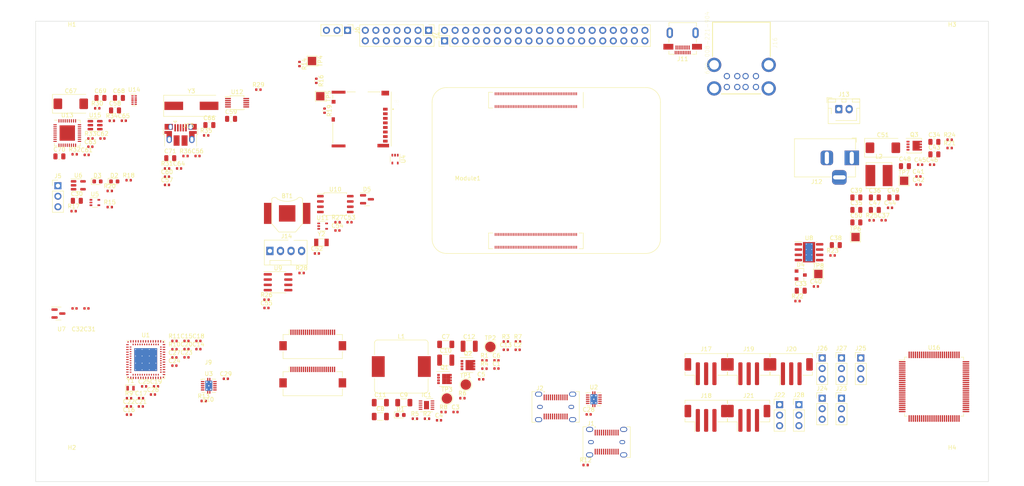
<source format=kicad_pcb>
(kicad_pcb (version 20211014) (generator pcbnew)
  (layers (0 "F.Cu" signal) (31 "B.Cu" signal) (34 "B.Paste" user) (35 "F.Paste" user) (36 "B.SilkS" user "B.Silkscreen") (37 "F.SilkS" user "F.Silkscreen") (38 "B.Mask" user) (39 "F.Mask" user) (44 "Edge.Cuts" user))
  (net 0 "")
  (net 1 "GND")
  (net 2 "Net-(BT1-Pad1)")
  (net 3 "+6V")
  (net 4 "Net-(C1-Pad2)")
  (net 5 "Net-(C2-Pad1)")
  (net 6 "Net-(C2-Pad2)")
  (net 7 "Net-(C3-Pad2)")
  (net 8 "+BATT")
  (net 9 "Net-(C5-Pad1)")
  (net 10 "Net-(C6-Pad1)")
  (net 11 "Net-(C6-Pad2)")
  (net 12 "Net-(C14-Pad1)")
  (net 13 "Net-(C14-Pad2)")
  (net 14 "Net-(C15-Pad2)")
  (net 15 "+1V1")
  (net 16 "+3V3")
  (net 17 "+5V")
  (net 18 "/CM4IOv5/CM4_GPIO ( Ethernet, GPIO, SDCARD)/SD_PWR")
  (net 19 "/CM4IOv5/+5v")
  (net 20 "/CM4IOv5/CM4_HighSpeed/HDMI_5v")
  (net 21 "/CM4IOv5/+12v")
  (net 22 "Net-(C37-Pad1)")
  (net 23 "Net-(C40-Pad1)")
  (net 24 "Net-(C40-Pad2)")
  (net 25 "Net-(C41-Pad1)")
  (net 26 "Net-(C42-Pad2)")
  (net 27 "Net-(C44-Pad1)")
  (net 28 "Net-(C45-Pad1)")
  (net 29 "Net-(C46-Pad2)")
  (net 30 "Net-(C52-Pad1)")
  (net 31 "/CM4IOv5/+3.3v")
  (net 32 "Net-(C55-Pad1)")
  (net 33 "/CM4IOv5/RTC , Wakeup, FAN/nRTC_INT")
  (net 34 "Net-(C56-Pad1)")
  (net 35 "Net-(C57-Pad1)")
  (net 36 "/CM4IOv5/USB2-HUB/VBUS")
  (net 37 "Net-(D1-Pad2)")
  (net 38 "Net-(D2-Pad1)")
  (net 39 "Net-(D3-Pad1)")
  (net 41 "Net-(IC1-Pad5)")
  (net 42 "Net-(IC1-Pad7)")
  (net 43 "Net-(IC1-Pad10)")
  (net 44 "/CM4IOv5/USB3/P2_TX_P")
  (net 45 "/CM4IOv5/USB3/P2_TX_N")
  (net 46 "/CM4IOv5/USB3/USBC/P2_VBUS")
  (net 48 "/CM4IOv5/USB3/P2_DP")
  (net 49 "/CM4IOv5/USB3/P2_DN")
  (net 50 "/CM4IOv5/USB3/P2_RX_N")
  (net 52 "/CM4IOv5/USB3/P2_RX_P")
  (net 55 "/CM4IOv5/USB3/P1_TX_P")
  (net 56 "/CM4IOv5/USB3/P1_TX_N")
  (net 57 "/CM4IOv5/USB3/USBC/P1_VBUS")
  (net 59 "/CM4IOv5/USB3/P1_DP")
  (net 60 "/CM4IOv5/USB3/P1_DN")
  (net 61 "/CM4IOv5/USB3/P1_RX_N")
  (net 63 "/CM4IOv5/USB3/P1_RX_P")
  (net 66 "/CM4IOv5/CM4_GPIO ( Ethernet, GPIO, SDCARD)/nRPIBOOT")
  (net 67 "/CM4IOv5/CM4_GPIO ( Ethernet, GPIO, SDCARD)/EEPROM_nWP")
  (net 68 "/CM4IOv5/CM4_GPIO ( Ethernet, GPIO, SDCARD)/AIN0")
  (net 69 "/CM4IOv5/CM4_GPIO ( Ethernet, GPIO, SDCARD)/AIN1")
  (net 70 "/CM4IOv5/CM4_GPIO ( Ethernet, GPIO, SDCARD)/SYNC_IN")
  (net 71 "/CM4IOv5/CM4_GPIO ( Ethernet, GPIO, SDCARD)/SYNC_OUT")
  (net 72 "/CM4IOv5/CM4_GPIO ( Ethernet, GPIO, SDCARD)/TV_OUT")
  (net 73 "Net-(J4-Pad13)")
  (net 74 "/CM4IOv5/CM4_GPIO ( Ethernet, GPIO, SDCARD)/GLOBAL_EN")
  (net 75 "/CM4IOv5/CM4_GPIO ( Ethernet, GPIO, SDCARD)/WL_nDis")
  (net 76 "/CM4IOv5/CM4_GPIO ( Ethernet, GPIO, SDCARD)/BT_nDis")
  (net 77 "/CM4IOv5/CM4_GPIO ( Ethernet, GPIO, SDCARD)/RUN_PG")
  (net 78 "/CM4IOv5/CM4_GPIO ( Ethernet, GPIO, SDCARD)/GPIO2")
  (net 79 "/CM4IOv5/CM4_GPIO ( Ethernet, GPIO, SDCARD)/GPIO3")
  (net 80 "/CM4IOv5/CM4_GPIO ( Ethernet, GPIO, SDCARD)/GPIO4")
  (net 81 "/CM4IOv5/CM4_GPIO ( Ethernet, GPIO, SDCARD)/GPIO14")
  (net 82 "/CM4IOv5/CM4_GPIO ( Ethernet, GPIO, SDCARD)/GPIO15")
  (net 83 "/CM4IOv5/CM4_GPIO ( Ethernet, GPIO, SDCARD)/GPIO17")
  (net 84 "/CM4IOv5/CM4_GPIO ( Ethernet, GPIO, SDCARD)/GPIO18")
  (net 85 "/CM4IOv5/CM4_GPIO ( Ethernet, GPIO, SDCARD)/GPIO27")
  (net 86 "/CM4IOv5/CM4_GPIO ( Ethernet, GPIO, SDCARD)/GPIO22")
  (net 87 "/CM4IOv5/CM4_GPIO ( Ethernet, GPIO, SDCARD)/GPIO23")
  (net 88 "/CM4IOv5/CM4_GPIO ( Ethernet, GPIO, SDCARD)/GPIO24")
  (net 89 "/CM4IOv5/CM4_GPIO ( Ethernet, GPIO, SDCARD)/GPIO10")
  (net 90 "/CM4IOv5/CM4_GPIO ( Ethernet, GPIO, SDCARD)/GPIO9")
  (net 91 "/CM4IOv5/CM4_GPIO ( Ethernet, GPIO, SDCARD)/GPIO25")
  (net 92 "/CM4IOv5/CM4_GPIO ( Ethernet, GPIO, SDCARD)/GPIO11")
  (net 93 "/CM4IOv5/CM4_GPIO ( Ethernet, GPIO, SDCARD)/GPIO8")
  (net 94 "/CM4IOv5/CM4_GPIO ( Ethernet, GPIO, SDCARD)/GPIO7")
  (net 95 "/CM4IOv5/CM4_GPIO ( Ethernet, GPIO, SDCARD)/ID_SD")
  (net 96 "/CM4IOv5/CM4_GPIO ( Ethernet, GPIO, SDCARD)/ID_SC")
  (net 97 "/CM4IOv5/CM4_GPIO ( Ethernet, GPIO, SDCARD)/GPIO5")
  (net 98 "/CM4IOv5/CM4_GPIO ( Ethernet, GPIO, SDCARD)/GPIO6")
  (net 99 "/CM4IOv5/CM4_GPIO ( Ethernet, GPIO, SDCARD)/GPIO12")
  (net 100 "/CM4IOv5/CM4_GPIO ( Ethernet, GPIO, SDCARD)/GPIO13")
  (net 101 "/CM4IOv5/CM4_GPIO ( Ethernet, GPIO, SDCARD)/GPIO19")
  (net 102 "/CM4IOv5/CM4_GPIO ( Ethernet, GPIO, SDCARD)/GPIO16")
  (net 103 "/CM4IOv5/CM4_GPIO ( Ethernet, GPIO, SDCARD)/GPIO26")
  (net 104 "/CM4IOv5/CM4_GPIO ( Ethernet, GPIO, SDCARD)/GPIO20")
  (net 105 "/CM4IOv5/CM4_GPIO ( Ethernet, GPIO, SDCARD)/GPIO21")
  (net 106 "Net-(J8-Pad10)")
  (net 107 "Net-(J8-Pad9)")
  (net 108 "/CM4IOv5/CM4_GPIO ( Ethernet, GPIO, SDCARD)/SD_DAT1")
  (net 109 "/CM4IOv5/CM4_GPIO ( Ethernet, GPIO, SDCARD)/SD_DAT0")
  (net 110 "/CM4IOv5/CM4_GPIO ( Ethernet, GPIO, SDCARD)/SD_CLK")
  (net 111 "/CM4IOv5/CM4_GPIO ( Ethernet, GPIO, SDCARD)/SD_CMD")
  (net 112 "/CM4IOv5/CM4_GPIO ( Ethernet, GPIO, SDCARD)/SD_DAT3")
  (net 113 "/CM4IOv5/CM4_GPIO ( Ethernet, GPIO, SDCARD)/SD_DAT2")
  (net 114 "/CM4IOv5/CM4_HighSpeed/CAM1_D0_N")
  (net 115 "/CM4IOv5/CM4_HighSpeed/CAM1_D0_P")
  (net 116 "/CM4IOv5/CM4_HighSpeed/CAM1_D1_N")
  (net 117 "/CM4IOv5/CM4_HighSpeed/CAM1_D1_P")
  (net 118 "/CM4IOv5/CM4_HighSpeed/CAM1_C_N")
  (net 119 "/CM4IOv5/CM4_HighSpeed/CAM1_C_P")
  (net 120 "/CM4IOv5/CM4_HighSpeed/CAM1_D2_N")
  (net 121 "/CM4IOv5/CM4_HighSpeed/CAM1_D2_P")
  (net 122 "/CM4IOv5/CM4_HighSpeed/CAM1_D3_N")
  (net 123 "/CM4IOv5/CM4_HighSpeed/CAM1_D3_P")
  (net 124 "/CM4IOv5/CM4_HighSpeed/CAM_GPIO")
  (net 126 "/CM4IOv5/CM4_HighSpeed/SCL0")
  (net 127 "/CM4IOv5/CM4_HighSpeed/SDA0")
  (net 128 "/CM4IOv5/CM4_HighSpeed/DSI1_D0_N")
  (net 129 "/CM4IOv5/CM4_HighSpeed/DSI1_D0_P")
  (net 130 "/CM4IOv5/CM4_HighSpeed/DSI1_D1_N")
  (net 131 "/CM4IOv5/CM4_HighSpeed/DSI1_D1_P")
  (net 132 "/CM4IOv5/CM4_HighSpeed/DSI1_C_N")
  (net 133 "/CM4IOv5/CM4_HighSpeed/DSI1_C_P")
  (net 134 "/CM4IOv5/CM4_HighSpeed/DSI1_D2_N")
  (net 135 "/CM4IOv5/CM4_HighSpeed/DSI1_D2_P")
  (net 136 "/CM4IOv5/CM4_HighSpeed/DSI1_D3_N")
  (net 137 "/CM4IOv5/CM4_HighSpeed/DSI1_D3_P")
  (net 140 "/CM4IOv5/CM4_HighSpeed/HDMI0_HOTPLUG")
  (net 141 "/CM4IOv5/CM4_HighSpeed/HDMI0_SDA")
  (net 142 "/CM4IOv5/CM4_HighSpeed/HDMI0_SCL")
  (net 144 "/CM4IOv5/CM4_HighSpeed/HDMI0_CEC")
  (net 145 "/CM4IOv5/CM4_HighSpeed/HDMI0_CK_N")
  (net 146 "/CM4IOv5/CM4_HighSpeed/HDMI0_CK_P")
  (net 147 "/CM4IOv5/CM4_HighSpeed/HDMI0_D0_N")
  (net 148 "/CM4IOv5/CM4_HighSpeed/HDMI0_D0_P")
  (net 149 "/CM4IOv5/CM4_HighSpeed/HDMI0_D1_N")
  (net 150 "/CM4IOv5/CM4_HighSpeed/HDMI0_D1_P")
  (net 151 "/CM4IOv5/CM4_HighSpeed/HDMI0_D2_N")
  (net 152 "/CM4IOv5/CM4_HighSpeed/HDMI0_D2_P")
  (net 153 "Net-(J14-Pad3)")
  (net 154 "Net-(J14-Pad4)")
  (net 155 "Net-(J15-Pad1)")
  (net 156 "/CM4IOv5/USB2-HUB/USBD_N")
  (net 157 "/CM4IOv5/USB2-HUB/USBD_P")
  (net 159 "/CM4IOv5/USB2-HUB/HD1_N")
  (net 160 "/CM4IOv5/USB2-HUB/HD1_P")
  (net 161 "/CM4IOv5/USB2-HUB/HD2_N")
  (net 162 "/CM4IOv5/USB2-HUB/HD2_P")
  (net 163 "Net-(L2-Pad1)")
  (net 164 "/CM4IOv5/CM4_GPIO ( Ethernet, GPIO, SDCARD)/TRD3_P")
  (net 165 "/CM4IOv5/CM4_GPIO ( Ethernet, GPIO, SDCARD)/TRD1_P")
  (net 166 "/CM4IOv5/CM4_GPIO ( Ethernet, GPIO, SDCARD)/TRD3_N")
  (net 167 "/CM4IOv5/CM4_GPIO ( Ethernet, GPIO, SDCARD)/TRD1_N")
  (net 168 "/CM4IOv5/CM4_GPIO ( Ethernet, GPIO, SDCARD)/TRD2_N")
  (net 169 "/CM4IOv5/CM4_GPIO ( Ethernet, GPIO, SDCARD)/TRD0_N")
  (net 170 "/CM4IOv5/CM4_GPIO ( Ethernet, GPIO, SDCARD)/TRD2_P")
  (net 171 "/CM4IOv5/CM4_GPIO ( Ethernet, GPIO, SDCARD)/TRD0_P")
  (net 172 "/CM4IOv5/CM4_GPIO ( Ethernet, GPIO, SDCARD)/ETH_LEDY")
  (net 173 "/CM4IOv5/CM4_GPIO ( Ethernet, GPIO, SDCARD)/ETH_LEDG")
  (net 175 "Net-(Module1-Pad21)")
  (net 181 "/CM4IOv5/CM4_GPIO ( Ethernet, GPIO, SDCARD)/SD_PWR_ON")
  (net 182 "/CM4IOv5/CM4_GPIO ( Ethernet, GPIO, SDCARD)/Reserved")
  (net 183 "/CM4IOv5/CM4_GPIO ( Ethernet, GPIO, SDCARD)/GPIO_VREF")
  (net 184 "/CM4IOv5/CM4_GPIO ( Ethernet, GPIO, SDCARD)/+1.8v")
  (net 185 "/CM4IOv5/CM4_GPIO ( Ethernet, GPIO, SDCARD)/nPWR_LED")
  (net 186 "/CM4IOv5/CM4_GPIO ( Ethernet, GPIO, SDCARD)/CAM_GPIO")
  (net 187 "/CM4IOv5/nEXTRST")
  (net 188 "/CM4IOv5/CM4_HighSpeed/USBOTG_ID")
  (net 189 "/CM4IOv5/CM4_HighSpeed/PCIE_CLK_nREQ")
  (net 190 "/CM4IOv5/CM4_HighSpeed/USB2_N")
  (net 192 "/CM4IOv5/CM4_HighSpeed/USB2_P")
  (net 194 "/CM4IOv5/CM4_HighSpeed/PCIE_nRST")
  (net 195 "/CM4IOv5/CM4_HighSpeed/PCIE_CLK_P")
  (net 196 "/CM4IOv5/CM4_HighSpeed/PCIE_CLK_N")
  (net 197 "/CM4IOv5/CM4_HighSpeed/PCIE_RX_P")
  (net 198 "/CM4IOv5/CM4_HighSpeed/PCIE_RX_N")
  (net 199 "/CM4IOv5/CM4_HighSpeed/PCIE_TX_P")
  (net 200 "/CM4IOv5/CM4_HighSpeed/PCIE_TX_N")
  (net 201 "/CM4IOv5/CM4_HighSpeed/CAM0_D0_N")
  (net 202 "/CM4IOv5/CM4_HighSpeed/CAM0_D0_P")
  (net 203 "/CM4IOv5/CM4_HighSpeed/CAM0_D1_N")
  (net 204 "/CM4IOv5/CM4_HighSpeed/CAM0_D1_P")
  (net 205 "/CM4IOv5/CM4_HighSpeed/CAM0_C_N")
  (net 206 "/CM4IOv5/CM4_HighSpeed/CAM0_C_P")
  (net 207 "/CM4IOv5/CM4_HighSpeed/HDMI1_HOTPLUG")
  (net 208 "/CM4IOv5/CM4_HighSpeed/HDMI1_SDA")
  (net 209 "/CM4IOv5/CM4_HighSpeed/HDMI1_D2_P")
  (net 210 "/CM4IOv5/CM4_HighSpeed/HDMI1_SCL")
  (net 211 "/CM4IOv5/CM4_HighSpeed/HDMI1_D2_N")
  (net 212 "/CM4IOv5/CM4_HighSpeed/HDMI1_CEC")
  (net 213 "/CM4IOv5/CM4_HighSpeed/HDMI1_D1_P")
  (net 214 "/CM4IOv5/CM4_HighSpeed/HDMI1_D1_N")
  (net 215 "/CM4IOv5/CM4_HighSpeed/DSI0_D0_N")
  (net 216 "/CM4IOv5/CM4_HighSpeed/HDMI1_D0_P")
  (net 217 "/CM4IOv5/CM4_HighSpeed/DSI0_D0_P")
  (net 218 "/CM4IOv5/CM4_HighSpeed/HDMI1_D0_N")
  (net 219 "/CM4IOv5/CM4_HighSpeed/DSI0_D1_N")
  (net 220 "/CM4IOv5/CM4_HighSpeed/HDMI1_CK_P")
  (net 221 "/CM4IOv5/CM4_HighSpeed/DSI0_D1_P")
  (net 222 "/CM4IOv5/CM4_HighSpeed/HDMI1_CK_N")
  (net 223 "/CM4IOv5/CM4_HighSpeed/DSI0_C_N")
  (net 224 "/CM4IOv5/CM4_HighSpeed/DSI0_C_P")
  (net 225 "Net-(R9-Pad2)")
  (net 226 "Net-(R10-Pad2)")
  (net 227 "Net-(R11-Pad1)")
  (net 228 "Net-(R11-Pad2)")
  (net 229 "Net-(R12-Pad1)")
  (net 230 "Net-(R13-Pad1)")
  (net 231 "Net-(R17-Pad2)")
  (net 232 "Net-(R31-Pad1)")
  (net 233 "Net-(R32-Pad1)")
  (net 234 "Net-(R33-Pad1)")
  (net 235 "Net-(R34-Pad2)")
  (net 236 "Net-(R35-Pad1)")
  (net 237 "Net-(R36-Pad1)")
  (net 238 "/CM4IOv5/USB3/POWERON_4")
  (net 240 "/CM4IOv5/USB3/POWERON_3")
  (net 244 "/CM4IOv5/USB3/P3_DN")
  (net 247 "/CM4IOv5/USB3/P4_TX_N")
  (net 248 "/CM4IOv5/USB3/P4_RX_N")
  (net 249 "/CM4IOv5/USB3/P4_DN")
  (net 251 "/CM4IOv5/USB3/P3_RX_N")
  (net 252 "/CM4IOv5/USB3/P3_TX_N")
  (net 255 "/CM4IOv5/USB3/OVER_CURR_1")
  (net 256 "/CM4IOv5/USB3/OVER_CURR_2")
  (net 257 "/CM4IOv5/USB3/P4_TX_P")
  (net 258 "/CM4IOv5/USB3/P4_RX_P")
  (net 259 "/CM4IOv5/USB3/P4_DP")
  (net 265 "/CM4IOv5/USB3/POWERON_2")
  (net 266 "/CM4IOv5/USB3/POWERON_1")
  (net 270 "/CM4IOv5/USB3/P3_TX_P")
  (net 271 "/CM4IOv5/USB3/P3_RX_P")
  (net 272 "/CM4IOv5/USB3/P3_DP")
  (net 276 "/CM4IOv5/USB3/OVER_CURR_4")
  (net 277 "/CM4IOv5/USB3/OVER_CURR_3")
  (net 279 "/CM4IOv5/USB3/USB3_CONN/P2_VBUS")
  (net 280 "/CM4IOv5/USB3/USB3_CONN/P1_VBUS")
  (net 282 "Net-(U9-Pad1)")
  (net 283 "Net-(U9-Pad2)")
  (net 287 "/CM4IOv5/USB2-HUB/USBH_N")
  (net 288 "/CM4IOv5/USB2-HUB/USBH_P")
  (net 289 "/CM4IOv5/USB2-HUB/HD3_N")
  (net 290 "/CM4IOv5/USB2-HUB/HD3_P")
  (net 291 "/CM4IOv5/USB2-HUB/HD4_N")
  (net 292 "/CM4IOv5/USB2-HUB/HD4_P")
  (net 294 "/CM4IOv5/USB2-HUB/PWR1")
  (net 295 "/CM4IOv5/USB2-HUB/nOCS1")
  (net 301 "Net-(U14-Pad1)")
  (net 302 "Net-(U14-Pad2)")
  (footprint "Resistor_SMD:R_0402_1005Metric" (layer "F.Cu") (at 67.86 63.51)
    (fp_text reference "R36")
    (fp_text value "15K 1%")
  )
  (footprint "Capacitor_SMD:C_0402_1005Metric" (layer "F.Cu") (at 44.05 63.24)
    (fp_text reference "C61")
    (fp_text value "100n")
  )
  (footprint "Capacitor_SMD:C_1210_3225Metric" (layer "F.Cu") (at 136.18 109.37)
    (fp_text reference "C12")
    (fp_text value "100uF")
  )
  (footprint "Resistor_SMD:R_0402_1005Metric" (layer "F.Cu") (at 72.24 122.57)
    (fp_text reference "R13")
    (fp_text value "30.9K")
  )
  (footprint "Capacitor_SMD:C_1206_3216Metric" (layer "F.Cu") (at 120.43 122.97)
    (fp_text reference "C9")
    (fp_text value "10uF")
  )
  (footprint "Connector_PinHeader_2.54mm:PinHeader_1x03_P2.54mm_Vertical" (layer "F.Cu") (at 225.85 121.9)
    (fp_text reference "J23")
    (fp_text value "Conn_01x03_Female")
  )
  (footprint "Capacitor_SMD:C_0402_1005Metric" (layer "F.Cu") (at 70.75 63.5)
    (fp_text reference "C56")
    (fp_text value "27pF")
  )
  (footprint "Connector_JST:JST_PH_B3B-PH-SM4-TB_1x03-1MP_P2.00mm_Vertical" (layer "F.Cu") (at 203.5 115.5)
    (fp_text reference "J19")
    (fp_text value "Conn_01x03_Female")
  )
  (footprint "Resistor_SMD:R_0402_1005Metric" (layer "F.Cu") (at 72.83 58.54)
    (fp_text reference "R35")
    (fp_text value "36K 1%")
  )
  (footprint "Capacitor_SMD:C_0402_1005Metric" (layer "F.Cu") (at 68.09 110.07)
    (fp_text reference "C20")
    (fp_text value "C")
  )
  (footprint "Resistor_SMD:R_0402_1005Metric" (layer "F.Cu") (at 223.71 87.48)
    (fp_text reference "R23")
    (fp_text value "20K 1%")
  )
  (footprint "Connector_JST:JST_PH_B3B-PH-SM4-TB_1x03-1MP_P2.00mm_Vertical" (layer "F.Cu") (at 193.25 115.5)
    (fp_text reference "J17")
    (fp_text value "Conn_01x03_Female")
  )
  (footprint "Connector_JST:JST_PH_B3B-PH-SM4-TB_1x03-1MP_P2.00mm_Vertical" (layer "F.Cu") (at 203.5 126.75)
    (fp_text reference "J21")
    (fp_text value "Conn_01x03_Female")
  )
  (footprint "TestPoint:TestPoint_Pad_2.0x2.0mm" (layer "F.Cu") (at 229.23 83.05)
    (fp_text reference "TP6")
    (fp_text value "TestPoint")
  )
  (footprint "Connector_USB:USB_C_Receptacle_JAE_DX07S024WJ1R350" (layer "F.Cu") (at 169.29 132.49)
    (fp_text reference "J1")
    (fp_text value "USB_C_Receptacle")
  )
  (footprint "Package_DFN_QFN:Texas_S-PWQFN-N100_EP5.5x5.5mm_ThermalVias" (layer "F.Cu") (at 58.27 112.59)
    (fp_text reference "U1")
    (fp_text value "TUSB7340")
  )
  (footprint "Package_SON:VSON-8_3.3x3.3mm_P0.65mm_NexFET" (layer "F.Cu") (at 130.23 117.27)
    (fp_text reference "Q1")
    (fp_text value "BUK9M17-30EX / BUK7M10-40E")
  )
  (footprint "Package_TO_SOT_SMD:SOT-353_SC-70-5" (layer "F.Cu") (at 46.03 74.72)
    (fp_text reference "U5")
    (fp_text value "74LVC1G07SE-7")
  )
  (footprint "Capacitor_SMD:C_0402_1005Metric" (layer "F.Cu") (at 128.91 127.22)
    (fp_text reference "C4")
    (fp_text value "1uF")
  )
  (footprint "Package_SO:SOIC-8_3.9x4.9mm_P1.27mm" (layer "F.Cu") (at 90.14 93.94)
    (fp_text reference "U9")
    (fp_text value "PCF85063AT/AAZ")
  )
  (footprint "Resistor_SMD:R_0402_1005Metric" (layer "F.Cu") (at 139.86 112.79)
    (fp_text reference "R1")
    (fp_text value "2.18k")
  )
  (footprint "Resistor_SMD:R_0402_1005Metric" (layer "F.Cu") (at 99.355 45.38 -90)
    (fp_text reference "R16")
    (fp_text value "nf")
  )
  (footprint "Capacitor_SMD:C_0402_1005Metric" (layer "F.Cu") (at 65.18 114.05)
    (fp_text reference "C24")
    (fp_text value "C")
  )
  (footprint "Resistor_SMD:R_0402_1005Metric" (layer "F.Cu") (at 50.11 55.01)
    (fp_text reference "R34")
    (fp_text value "12K 1%")
  )
  (footprint "Package_SON:Diodes_PowerDI3333-8" (layer "F.Cu") (at 243.37 61.02)
    (fp_text reference "Q3")
    (fp_text value "DMP3013SFV-7")
  )
  (footprint "Package_TO_SOT_SMD:SOT-353_SC-70-5" (layer "F.Cu") (at 118.325 64.25 -90)
    (fp_text reference "U4")
    (fp_text value "74LVC1G07SE-7")
  )
  (footprint "Package_SON:VSON-10-1EP_3x3mm_P0.5mm_EP1.65x2.4mm_ThermalVias" (layer "F.Cu") (at 166.2 122.15)
    (fp_text reference "U2")
    (fp_text value "TPS2560")
  )
  (footprint "Capacitor_SMD:C_0402_1005Metric" (layer "F.Cu") (at 54.23 123.89)
    (fp_text reference "C22")
    (fp_text value "C")
  )
  (footprint "Capacitor_SMD:C_0805_2012Metric" (layer "F.Cu") (at 248.22 63.11)
    (fp_text reference "C43")
    (fp_text value "10u 35v")
  )
  (footprint "Capacitor_SMD:C_1206_3216Metric" (layer "F.Cu") (at 130.53 108.92)
    (fp_text reference "C7")
    (fp_text value "10uF")
  )
  (footprint "Capacitor_Tantalum_SMD:CP_EIA-7343-31_Kemet-D" (layer "F.Cu") (at 40.225 50.92)
    (fp_text reference "C67")
    (fp_text value "100uF")
  )
  (footprint "Capacitor_SMD:C_0805_2012Metric" (layer "F.Cu") (at 216.03 95.98)
    (fp_text reference "C33")
    (fp_text value "10u 35v")
  )
  (footprint "CM4IO:SDCARD_MOLEX_503398-1892" (layer "F.Cu") (at 110.36 54.6 -90)
    (fp_text reference "J8")
    (fp_text value "Micro_SD_Card_Det")
  )
  (footprint "Capacitor_Tantalum_SMD:CP_EIA-7343-31_Kemet-D" (layer "F.Cu") (at 235.825 61.52)
    (fp_text reference "C51")
    (fp_text value "100uF")
  )
  (footprint "Capacitor_SMD:C_0402_1005Metric" (layer "F.Cu") (at 63.39 68.5)
    (fp_text reference "C60")
    (fp_text value "100n")
  )
  (footprint "Capacitor_SMD:C_0805_2012Metric" (layer "F.Cu") (at 233.88 73.5)
    (fp_text reference "C36")
    (fp_text value "10u 35v")
  )
  (footprint "Resistor_SMD:R_0402_1005Metric" (layer "F.Cu") (at 104.47 79.48)
    (fp_text reference "R27")
    (fp_text value "510K 1%")
  )
  (footprint "Package_TO_SOT_SMD:SOT-353_SC-70-5" (layer "F.Cu") (at 100.89 80.41)
    (fp_text reference "U11")
    (fp_text value "74LVC1G07SE-7")
  )
  (footprint "LED_SMD:LED_0603_1608Metric" (layer "F.Cu") (at 119.65 125.94)
    (fp_text reference "D1")
    (fp_text value "LED")
  )
  (footprint "CM4IO:USB_Micro-B_EDAC_UCON00686" (layer "F.Cu") (at 66.665 59.525)
    (fp_text reference "J15")
    (fp_text value "USB_OTG")
  )
  (footprint "LED_SMD:LED_0603_1608Metric" (layer "F.Cu") (at 46.65 69.64)
    (fp_text reference "D3")
    (fp_text value "LED Red")
  )
  (footprint "Capacitor_SMD:C_0805_2012Metric" (layer "F.Cu") (at 238.33 73.5)
    (fp_text reference "C49")
    (fp_text value "10u")
  )
  (footprint "Capacitor_SMD:C_0805_2012Metric" (layer "F.Cu") (at 229.43 79.52)
    (fp_text reference "C50")
    (fp_text value "10u")
  )
  (footprint "Capacitor_SMD:C_0402_1005Metric" (layer "F.Cu") (at 57.1 123.89)
    (fp_text reference "C21")
    (fp_text value "C")
  )
  (footprint "Connector_PinHeader_2.54mm:PinHeader_1x03_P2.54mm_Vertical" (layer "F.Cu") (at 106.88 33.2 -90)
    (fp_text reference "J6")
    (fp_text value "Conn_01x03")
  )
  (footprint "CM4IO:Raspberry-Pi-4-Compute-Module" (layer "F.Cu") (at 130.75 50.5 -90)
    (fp_text reference "Module1")
    (fp_text value "ComputeModule4")
  )
  (footprint "Capacitor_SMD:C_0402_1005Metric" (layer "F.Cu") (at 53 55)
    (fp_text reference "C65")
    (fp_text value "100n")
  )
  (footprint "Connector_PinHeader_2.54mm:PinHeader_1x03_P2.54mm_Vertical" (layer "F.Cu") (at 210.95 123.45)
    (fp_text reference "J22")
    (fp_text value "Conn_01x03_Female")
  )
  (footprint "Battery:BatteryHolder_Keystone_2998_1x6.8mm" (layer "F.Cu") (at 92.34 77.34)
    (fp_text reference "BT1")
    (fp_text value "Battery_Cell")
  )
  (footprint "Package_SON:VSON-10-1EP_3x3mm_P0.5mm_EP1.65x2.4mm_ThermalVias" (layer "F.Cu") (at 73.46 118.9)
    (fp_text reference "U3")
    (fp_text value "TPS2560")
  )
  (footprint "Connector_PinHeader_2.54mm:PinHeader_2x20_P2.54mm_Vertical" (layer "F.Cu") (at 130.25 35.75 90)
    (fp_text reference "J7")
    (fp_text value "THD-20-R")
  )
  (footprint "Capacitor_SMD:C_0805_2012Metric" (layer "F.Cu") (at 47.37 49.5)
    (fp_text reference "C69")
    (fp_text value "10u")
  )
  (footprint "Capacitor_SMD:C_0402_1005Metric" (layer "F.Cu") (at 44 100.25)
    (fp_text reference "C31")
    (fp_text value "100n")
  )
  (footprint "Capacitor_SMD:C_0402_1005Metric" (layer "F.Cu") (at 44.94 61.27)
    (fp_text reference "C63")
    (fp_text value "100n")
  )
  (footprint "Capacitor_SMD:C_0402_1005Metric" (layer "F.Cu") (at 247.66 65.6)
    (fp_text reference "C46")
    (fp_text value "nf")
  )
  (footprint "Capacitor_SMD:C_0402_1005Metric" (layer "F.Cu") (at 104.45 81.46)
    (fp_text reference "C54")
    (fp_text value "100n")
  )
  (footprint "Package_SO:SOIC-8_5.23x5.23mm_P1.27mm" (layer "F.Cu") (at 103.94 75.1)
    (fp_text reference "U10")
    (fp_text value "EMC2301-1-ACZL-TR")
  )
  (footprint "Resistor_SMD:R_0402_1005Metric" (layer "F.Cu") (at 145.01 108.24)
    (fp_text reference "R3")
    (fp_text value "2.61k")
  )
  (footprint "Connector_HDMI:HDMI_Micro-D_Molex_46765-2x0x" (layer "F.Cu") (at 187.6 33.8 180)
    (fp_text reference "J11")
    (fp_text value "690-019-298-412")
  )
  (footprint "Package_SO:SOIC-8-1EP_3.9x4.9mm_P1.27mm_EP2.95x4.9mm_Mask2.71x3.4mm_ThermalVias" (layer "F.Cu") (at 218.03 86.7)
    (fp_text reference "U8")
    (fp_text value "AP64501SP-13")
  )
  (footprint "Package_QFP:LQFP-100_14x14mm_P0.5mm" (layer "F.Cu") (at 248.15 119.12)
    (fp_text reference "U16")
    (fp_text value "STM32F303VETx")
  )
  (footprint "Capacitor_SMD:C_0805_2012Metric" (layer "F.Cu") (at 50.88 52.51)
    (fp_text reference "C58")
    (fp_text value "10u")
  )
  (footprint "Capacitor_SMD:C_0805_2012Metric" (layer "F.Cu") (at 248.22 60.1)
    (fp_text reference "C34")
    (fp_text value "10u 35v")
  )
  (footprint "Capacitor_SMD:C_0805_2012Metric" (layer "F.Cu") (at 233.88 76.51)
    (fp_text reference "C47")
    (fp_text value "10u")
  )
  (footprint "MountingHole:MountingHole_3.2mm_M3" (layer "F.Cu") (at 252.5 138)
    (fp_text reference "H4")
    (fp_text value "MountingHole")
  )
  (footprint "Resistor_SMD:R_0402_1005Metric" (layer "F.Cu") (at 101.345 52.58 -90)
    (fp_text reference "R19")
    (fp_text value "nf")
  )
  (footprint "Connector_JST:JST_PH_B3B-PH-SM4-TB_1x03-1MP_P2.00mm_Vertical" (layer "F.Cu") (at 193.25 126.75)
    (fp_text reference "J18")
    (fp_text value "Conn_01x03_Female")
  )
  (footprint "Resistor_SMD:R_0402_1005Metric" (layer "F.Cu") (at 215.26 98.48)
    (fp_text reference "R22")
    (fp_text value "10R")
  )
  (footprint "Resistor_SMD:R_0402_1005Metric" (layer "F.Cu") (at 63.41 66.52)
    (fp_text reference "R31")
    (fp_text value "36K 1%")
  )
  (footprint "Resistor_SMD:R_0402_1005Metric" (layer "F.Cu") (at 54.25 121.91)
    (fp_text reference "R9")
    (fp_text value "4.7K")
  )
  (footprint "Diode_SMD:D_SOT-23_ANK" (layer "F.Cu") (at 216.03 92.2)
    (fp_text reference "D4")
    (fp_text value "MMBZ5242BLT3G")
  )
  (footprint "Capacitor_SMD:C_0402_1005Metric" (layer "F.Cu") (at 47.85 59.28)
    (fp_text reference "C62")
    (fp_text value "100n")
  )
  (footprint "Connector_JST:JST_XH_B2B-XH-AM_1x02_P2.50mm_Vertical" (layer "F.Cu") (at 225.2 52.2)
    (fp_text reference "J13")
    (fp_text value "Conn_01x02_Female")
  )
  (footprint "Connector_PinHeader_2.54mm:PinHeader_2x07_P2.54mm_Vertical" (layer "F.Cu") (at 126.4 33.2 -90)
    (fp_text reference "J4")
    (fp_text value "Conn_02x07_Odd_Even")
  )
  (footprint "Capacitor_SMD:C_0402_1005Metric" (layer "F.Cu") (at 142.75 114.75)
    (fp_text reference "C1")
    (fp_text value "1000pF")
  )
  (footprint "Capacitor_SMD:C_0402_1005Metric" (layer "F.Cu") (at 68.09 112.04)
    (fp_text reference "C23")
    (fp_text value "C")
  )
  (footprint "Capacitor_SMD:C_0402_1005Metric" (layer "F.Cu") (at 164.96 125.81)
    (fp_text reference "C28")
    (fp_text value "C")
  )
  (footprint "Capacitor_SMD:C_0805_2012Metric" (layer "F.Cu") (at 78.83 54.54)
    (fp_text reference "C59")
    (fp_text value "10u")
  )
  (footprint "Crystal:Crystal_SMD_2012-2Pin_2.0x1.2mm" (layer "F.Cu") (at 54.62 119.49)
    (fp_text reference "Y1")
    (fp_text value "Crystal_Small")
  )
  (footprint "TestPoint:TestPoint_Pad_2.0x2.0mm" (layer "F.Cu") (at 98.325 40.6 -90)
    (fp_text reference "TP4")
    (fp_text value "TestPoint")
  )
  (footprint "Inductor_SMD:L_Bourns_SRN6045TA" (layer "F.Cu") (at 234.88 68.22)
    (fp_text reference "L2")
    (fp_text value "SRN6045TA-3R3Y")
  )
  (footprint "Capacitor_SMD:C_0402_1005Metric" (layer "F.Cu") (at 57.14 121.9)
    (fp_text reference "C17")
    (fp_text value "C")
  )
  (footprint "Capacitor_SMD:C_0402_1005Metric" (layer "F.Cu") (at 65.18 112.08)
    (fp_text reference "C27")
    (fp_text value "C")
  )
  (footprint "Resistor_SMD:R_0402_1005Metric" (layer "F.Cu") (at 46.6 52)
    (fp_text reference "R30")
    (fp_text value "2.2K 1%")
  )
  (footprint "Capacitor_SMD:C_0402_1005Metric" (layer "F.Cu") (at 87.35 100.14)
    (fp_text reference "C55")
    (fp_text value "100n")
  )
  (footprint "Resistor_SMD:R_0402_1005Metric" (layer "F.Cu") (at 65.2 108.11)
    (fp_text reference "R11")
    (fp_text value "9.09K")
  )
  (footprint "Resistor_SMD:R_0402_1005Metric" (layer "F.Cu") (at 95.82 91.71)
    (fp_text reference "R28")
    (fp_text value "510K 1%")
  )
  (footprint "Inductor_SMD:L_Bourns_SRP1245A" (layer "F.Cu") (at 119.83 114.27)
    (fp_text reference "L1")
    (fp_text value "1uH")
  )
  (footprint "Capacitor_SMD:C_0402_1005Metric" (layer "F.Cu") (at 244.39 68.44)
    (fp_text reference "C41")
    (fp_text value "100n")
  )
  (footprint "Capacitor_SMD:C_0402_1005Metric" (layer "F.Cu") (at 244.39 70.41)
    (fp_text reference "C42")
    (fp_text value "100n")
  )
  (footprint "MountingHole:MountingHole_3.2mm_M3" (layer "F.Cu") (at 40.5 36)
    (fp_text reference "H1")
    (fp_text value "MountingHole")
  )
  (footprint "Resistor_SMD:R_0402_1005Metric" (layer "F.Cu") (at 49.61 75.82)
    (fp_text reference "R15")
    (fp_text value "0R")
  )
  (footprint "Capacitor_SMD:C_0402_1005Metric" (layer "F.Cu") (at 70.96 108.1)
    (fp_text reference "C18")
    (fp_text value "C")
  )
  (footprint "TestPoint:TestPoint_Pad_2.0x2.0mm" (layer "F.Cu") (at 240.93 69.48)
    (fp_text reference "TP7")
    (fp_text value "TestPoint")
  )
  (footprint "Connector_PinHeader_2.54mm:PinHeader_1x03_P2.54mm_Vertical" (layer "F.Cu") (at 215.6 123.45)
    (fp_text reference "J28")
    (fp_text value "Conn_01x03_Female")
  )
  (footprint "Resistor_SMD:R_0402_1005Metric" (layer "F.Cu") (at 126.02 126.84)
    (fp_text reference "R2")
    (fp_text value "20k")
  )
  (footprint "Capacitor_SMD:C_0402_1005Metric" (layer "F.Cu") (at 132.89 125.23)
    (fp_text reference "C3")
    (fp_text value "10nF")
  )
  (footprint "Package_SON:VSON-8_3.3x3.3mm_P0.65mm_NexFET" (layer "F.Cu") (at 135.88 113.92)
    (fp_text reference "Q2")
    (fp_text value "BUK9M17-30EX / BUK7M10-40E")
  )
  (footprint "Capacitor_SMD:C_0402_1005Metric" (layer "F.Cu") (at 60.01 121.02)
    (fp_text reference "C26")
    (fp_text value "C")
  )
  (footprint "Connector_PinHeader_2.54mm:PinHeader_1x03_P2.54mm_Vertical" (layer "F.Cu") (at 37.13 70.67)
    (fp_text reference "J5")
    (fp_text value "Conn_01x03")
  )
  (footprint "Connector_PinHeader_2.54mm:PinHeader_1x03_P2.54mm_Vertical" (layer "F.Cu") (at 221.2 112.2)
    (fp_text reference "J26")
    (fp_text value "Conn_01x03_Female")
  )
  (footprint "Connector_FFC-FPC:Hirose_FH12-22S-0.5SH_1x22-1MP_P0.50mm_Horizontal" (layer "F.Cu") (at 98.5 116.8)
    (fp_text reference "J10")
    (fp_text value "Conn_01x22_Female")
  )
  (footprint "Package_SON:USON-10_2.5x1.0mm_P0.5mm" (layer "F.Cu") (at 55.48 50.02)
    (fp_text reference "U14")
    (fp_text value "TPD4EUSB30")
  )
  (footprint "Capacitor_SMD:C_0402_1005Metric" (layer "F.Cu") (at 139.08 117.33)
    (fp_text reference "C5")
    (fp_text value "4.7uF")
  )
  (footprint "Package_SO:MSOP-10_3x3mm_P0.5mm" (layer "F.Cu") (at 80.28 50.66)
    (fp_text reference "U12")
    (fp_text value "FSUSB42MUX")
  )
  (footprint "CM4IO:MOLEX_USB_67298-4090" (layer "F.Cu") (at 201.75 41.535 180)
    (fp_text reference "J16")
    (fp_text value "690-008-221-904")
  )
  (footprint "Resistor_SMD:R_0402_1005Metric" (layer "F.Cu") (at 164.22 138.01)
    (fp_text reference "R12")
    (fp_text value "30.9K")
  )
  (footprint "Capacitor_SMD:C_0402_1005Metric" (layer "F.Cu") (at 107.36 79.47)
    (fp_text reference "C53")
    (fp_text value "100n")
  )
  (footprint "Capacitor_SMD:C_0805_2012Metric" (layer "F.Cu") (at 224.48 84.98)
    (fp_text reference "C38")
    (fp_text value "10u 35v")
  )
  (footprint "TestPoint:TestPoint_Pad_2.0x2.0mm" (layer "F.Cu") (at 100.315 49.1 -90)
    (fp_text reference "TP5")
    (fp_text value "TestPoint")
  )
  (footprint "Crystal:Crystal_SMD_3215-2Pin_3.2x1.5mm" (layer "F.Cu") (at 100.59 84.34)
    (fp_text reference "Y2")
    (fp_text value "X32K768S301")
  )
  (footprint "Resistor_SMD:R_0402_1005Metric" (layer "F.Cu") (at 251.9 59.59)
    (fp_text reference "R24")
    (fp_text value "12K 1%")
  )
  (footprint "Resistor_SMD:R_0402_1005Metric" (layer "F.Cu") (at 85.41 47.51)
    (fp_text reference "R29")
    (fp_text value "2.2K 1%")
  )
  (footprint "Resistor_SMD:R_0402_1005Metric" (layer "F.Cu") (at 139.86 114.78)
    (fp_text reference "R4")
    (fp_text value "4.22k")
  )
  (footprint "Capacitor_SMD:C_1206_3216Metric" (layer "F.Cu") (at 114.78 122.97)
    (fp_text reference "C11")
    (fp_text value "47uF")
  )
  (footprint "Capacitor_SMD:C_0402_1005Metric" (layer "F.Cu") (at 63.39 70.47)
    (fp_text reference "C57")
    (fp_text value "27pF")
  )
  (footprint "MountingHole:MountingHole_3.2mm_M3" (layer "F.Cu") (at 40.5 138)
    (fp_text reference "H2")
    (fp_text value "MountingHole")
  )
  (footprint "Capacitor_SMD:C_0805_2012Metric" (layer "F.Cu") (at 64.18 64.02)
    (fp_text reference "C71")
    (fp_text value "10u")
  )
  (footprint "Resistor_SMD:R_0402_1005Metric" (layer "F.Cu") (at 233.11 79.01)
    (fp_text reference "R25")
    (fp_text value "2.2K 1%")
  )
  (footprint "Capacitor_SMD:C_0805_2012Metric" (layer "F.Cu") (at 51.82 49.5)
    (fp_text reference "C68")
    (fp_text value "10u")
  )
  (footprint "MountingHole:MountingHole_3.2mm_M3" (layer "F.Cu") (at 252.5 36)
    (fp_text reference "H3")
    (fp_text value "MountingHole")
  )
  (footprint "Capacitor_SMD:C_0402_1005Metric" (layer "F.Cu") (at 54.23 125.86)
    (fp_text reference "C16")
    (fp_text value "C")
  )
  (footprint "Connector_PinHeader_2.54mm:PinHeader_1x03_P2.54mm_Vertical" (layer "F.Cu") (at 225.85 112.2)
    (fp_text reference "J27")
    (fp_text value "Conn_01x03_Female")
  )
  (footprint "Connector_FFC-FPC:Hirose_FH12-22S-0.5SH_1x22-1MP_P0.50mm_Horizontal" (layer "F.Cu") (at 98.5 107.85)
    (fp_text reference "J9")
    (fp_text value "Conn_01x22_Female")
  )
  (footprint "Capacitor_SMD:C_0805_2012Metric" (layer "F.Cu") (at 229.43 73.5)
    (fp_text reference "C39")
    (fp_text value "10u 35v")
  )
  (footprint "Capacitor_SMD:C_0402_1005Metric" (layer "F.Cu") (at 57.88 119.05)
    (fp_text reference "C25")
    (fp_text value "C")
  )
  (footprint "Resistor_SMD:R_0402_1005Metric" (layer "F.Cu") (at 123.11 126.84)
    (fp_text reference "R5")
    (fp_text value "12k")
  )
  (footprint "Resistor_SMD:R_0402_1005Metric" (layer "F.Cu") (at 147.92 108.24)
    (fp_text reference "R7")
    (fp_text value "100k")
  )
  (footprint "Connector_BarrelJack:BarrelJack_Horizontal" (layer "F.Cu") (at 228.33 63.955)
    (fp_text reference "J12")
    (fp_text value "Barrel_Jack")
  )
  (footprint "Capacitor_SMD:C_1206_3216Metric" (layer "F.Cu") (at 114.78 126.32)
    (fp_text reference "C8")
    (fp_text value "47uF")
  )
  (footprint "Capacitor_SMD:C_0402_1005Metric" (layer "F.Cu") (at 70.96 110.07)
    (fp_text reference "C14")
    (fp_text value "10pF")
  )
  (footprint "Resistor_SMD:R_0402_1005Metric" (layer "F.Cu") (at 95.305 41.33 -90)
    (fp_text reference "R14")
    (fp_text value "1k")
  )
  (footprint "Resistor_SMD:R_0402_1005Metric" (layer "F.Cu") (at 49.61 71.93)
    (fp_text reference "R20")
    (fp_text value "12K 1%")
  )
  (footprint "Capacitor_SMD:C_0805_2012Metric" (layer "F.Cu") (at 73.6 56.04)
    (fp_text reference "C66")
    (fp_text value "10u")
  )
  (footprint "Resistor_SMD:R_0402_1005Metric" (layer "F.Cu") (at 44.96 59.29)
    (fp_text reference "R33")
    (fp_text value "36K 1%")
  )
  (footprint "TestPoint:TestPoint_Pad_2.0x2.0mm" (layer "F.Cu") (at 220.28 91.95)
    (fp_text reference "TP8")
    (fp_text value "TestPoint")
  )
  (footprint "Capacitor_SMD:C_0805_2012Metric" (layer "F.Cu") (at 37.48 63.6)
    (fp_text reference "C70")
    (fp_text value "10u")
  )
  (footprint "Capacitor_SMD:C_0402_1005Metric" (layer "F.Cu") (at 236 79)
    (fp_text reference "C37")
    (fp_text value "100n 100v")
  )
  (footprint "Connector_PinHeader_2.54mm:PinHeader_1x03_P2.54mm_Vertical" (layer "F.Cu") (at 221.2 121.9)
    (fp_text reference "J24")
    (fp_text value "Conn_01x03_Female")
  )
  (footprint "TestPoint:TestPoint_Pad_D2.5mm" (layer "F.Cu") (at 135.37 118.62)
    (fp_text reference "TP1")
    (fp_text value "Batt+")
  )
  (footprint "Resistor_SMD:R_0402_1005Metric" (layer "F.Cu") (at 134.55 121.89)
    (fp_text reference "R6")
    (fp_text value "100k")
  )
  (footprint "Capacitor_SMD:C_0805_2012Metric" (layer "F.Cu") (at 229.43 76.51)
    (fp_text reference "C35")
    (fp_text value "10u 35v")
  )
  (footprint "Capacitor_SMD:C_0402_1005Metric" (layer "F.Cu") (at 244.79 65.6)
    (fp_text reference "C45")
    (fp_text value "1.2nF")
  )
  (footprint "Package_SON:VSON-10-1EP_3x3mm_P0.5mm_EP1.2x2mm" (layer "F.Cu") (at 125.9 123.57)
    (fp_text reference "IC1")
    (fp_text value "TPS40192DRCT-TPS40192DRCT")
  )
  (footprint "Resistor_SMD:R_0402_1005Metric" (layer "F.Cu") (at 130 125.24)
    (fp_text reference "R8")
    (fp_text value "1K")
  )
  (footprint "Package_TO_SOT_SMD:SOT-23-6" (layer "F.Cu") (at 46.08 56.07)
    (fp_text reference "U15")
    (fp_text value "AP22653W6")
  )
  (footprint "Capacitor_SMD:C_0402_1005Metric" (layer "F.Cu") (at 66.3 66.51)
    (fp_text reference "C64")
    (fp_text value "100n")
  )
  (footprint "Resistor_SMD:R_0402_1005Metric" (layer "F.Cu") (at 87.37 98.16)
    (fp_text reference "R26")
    (fp_text value "36K 1%")
  )
  (footprint "Capacitor_SMD:C_0402_1005Metric" (layer "F.Cu") (at 60.75 119.05)
    (fp_text reference "C19")
    (fp_text value "C")
  )
  (footprint "Resistor_SMD:R_0402_1005Metric" (layer "F.Cu") (at 251.9 61.58)
    (fp_text reference "R21")
    (fp_text value "12K 1%")
  )
  (footprint "Capacitor_SMD:C_0402_1005Metric" (layer "F.Cu") (at 219.69 94.96)
    (fp_text reference "C40")
    (fp_text value "100n")
  )
  (footprint "Package_TO_SOT_SMD:SOT-23" (layer "F.Cu") (at 111.56 73.94)
    (fp_text reference "D5")
    (fp_text value "BAT54C-7-F")
  )
  (footprint "Capacitor_SMD:C_0402_1005Metric" (layer "F.Cu") (at 147.86 110.22)
    (fp_text reference "C2")
    (fp_text value "100pF")
  )
  (footprint "Capacitor_SMD:C_0402_1005Metric" (layer "F.Cu") (at 237.54 75.99)
    (fp_text reference "C44")
    (fp_text value "nf")
  )
  (footprint "Capacitor_SMD:C_0402_1005Metric" (layer "F.Cu") (at 77.57 117.21)
    (fp_text reference "C29")
    (fp_text value "C")
  )
  (footprint "Resistor_SMD:R_0402_1005Metric" (layer "F.Cu") (at 41.16 63.09)
    (fp_text reference "R32")
    (fp_text value "36K 1%")
  )
  (footprint "Capacitor_SMD:C_0402_1005Metric" (layer "F.Cu") (at 68.09 108.1)
    (fp_text reference "C15")
    (fp_text value "10pF")
  )
  (footprint "Resistor_SMD:R_0402_1005Metric" (layer "F.Cu") (at 54.16 69.34)
    (fp_text reference "R18")
    (fp_text value "nf")
  )
  (footprint "Resistor_SMD:R_0402_1005Metric" (layer "F.Cu") (at 40.91 76.8)
    (fp_text reference "R17")
    (fp_text value "1k")
  )
  (footprint "Capacitor_SMD:C_0805_2012Metric" (layer "F.Cu") (at 241.13 65.95)
    (fp_text reference "C48")
    (fp_text value "10u")
  )
  (footprint "Connector_USB:USB_C_Receptacle_JAE_DX07S024WJ1R350" (layer "F.Cu") (at 157 124)
    (fp_text reference "J2")
    (fp_text value "USB_C_Receptacle")
  )
  (footprint "Capacitor_SMD:C_0402_1005Metric" (layer "F.Cu") (at 144.99 110.22)
    (fp_text reference "C13")
    (fp_text value "1uF")
  )
  (footprint "Resistor_SMD:R_0402_1005Metric" (layer "F.Cu") (at 65.2 110.1)
    (fp_text reference "R10")
    (fp_text value "10K")
  )
  (footprint "Capacitor_SMD:C_0402_1005Metric" (layer "F.Cu") (at 41.13 100.25)
    (fp_text reference "C32")
    (fp_text value "100n")
  )
  (footprint "Package_TO_SOT_SMD:SOT-23-5" (layer "F.Cu") (at 42.03 70.57)
    (fp_text reference "U6")
    (fp_text value "RT9742GGJ5")
  )
  (footprint "Capacitor_SMD:C_0402_1005Metric" (layer "F.Cu") (at 142.75 112.78)
    (fp_text reference "C6")
    (fp_text value "470nF")
  )
  (footprint "Connector:FanPinHeader_1x04_P2.54mm_Vertical" (layer "F.Cu") (at 88.19 86.39)
    (fp_text reference "J14")
    (fp_text value "Molex 470531000")
  )
  (footprint "Crystal:Crystal_SMD_HC49-SD" (layer "F.Cu") (at 69.28 51.41)
    (fp_text reference "Y3")
    (fp_text value "24MHz")
  )
  (footprint "Package_DFN_QFN:QFN-36-1EP_6x6mm_P0.5mm_EP3.7x3.7mm" (layer "F.Cu") (at 39.38 57.97)
    (fp_text reference "U13")
    (fp_text value "USB2514B-I/M2")
  )
  (footprint "LED_SMD:LED_0603_1608Metric" (layer "F.Cu") (at 50.7 69.64)
    (fp_text reference "D2")
    (fp_text value "LED Green")
  )
  (footprint "Capacitor_SMD:C_0402_1005Metric" (layer "F.Cu") (at 99.5 87)
    (fp_text reference "C52")
    (fp_text value "100n")
  )
  (footprint "Capacitor_SMD:C_1210_3225Metric" (layer "F.Cu") (at 130.53 112.72)
    (fp_text reference "C10")
    (fp_text value "100uF")
  )
  (footprint "Connector_PinHeader_2.54mm:PinHeader_1x03_P2.54mm_Vertical" (layer "F.Cu") (at 230.5 112.2)
    (fp_text reference "J25")
    (fp_text value "Conn_01x03_Female")
  )
  (footprint "Connector_JST:JST_PH_B3B-PH-SM4-TB_1x03-1MP_P2.00mm_Vertical" (layer "F.Cu") (at 213.75 115.5)
    (fp_text reference "J20")
    (fp_text value "Conn_01x03_Female")
  )
  (footprint "TestPoint:TestPoint_Pad_D2.5mm" (layer "F.Cu") (at 141.28 109.52)
    (fp_text reference "TP2")
    (fp_text value "GND")
  )
  (footprint "Package_TO_SOT_SMD:SOT-23" (layer "F.Cu") (at 37.25 101.49)
    (fp_text reference "U7")
    (fp_text value "RT9742SNGV")
  )
  (footprint "Capacitor_SMD:C_0805_2012Metric" (layer "F.Cu") (at 41.68 74.3)
    (fp_text reference "C30")
    (fp_text value "10u")
  )
  (footprint "TestPoint:TestPoint_Pad_D2.5mm" (layer "F.Cu") (at 130.82 121.97)
    (fp_text reference "TP3")
    (fp_text value "6V")
  )
  (gr_rect (start 31.75 31) (end 261.25 142) (layer "Edge.Cuts") (width 0.1) (fill none))
)
</source>
